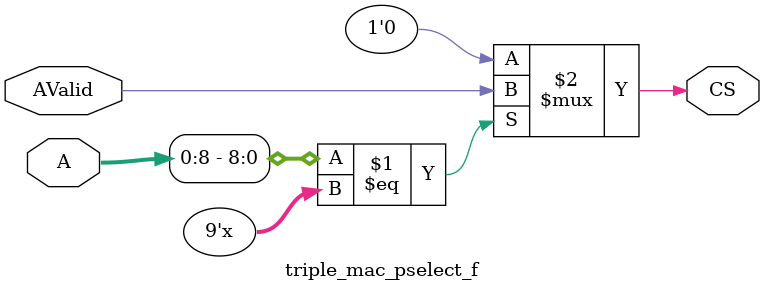
<source format=v>
module triple_mac_pselect_f ( A, AValid, CS) ;

parameter C_AB  = 9;
parameter C_AW  = 32;
parameter [0:C_AW - 1] C_BAR =  'bz;
parameter C_FAMILY  = "nofamily";
input[0:C_AW-1] A; 
input AValid; 
output CS; 
wire CS;
parameter [0:C_AB-1]BAR = C_BAR[0:C_AB-1];

//----------------------------------------------------------------------------
// Build a behavioral decoder
//----------------------------------------------------------------------------
generate
if (C_AB > 0) begin : XST_WA
assign CS = (A[0:C_AB - 1] == BAR[0:C_AB - 1]) ? AValid : 1'b0 ;
end
endgenerate

generate
if (C_AB == 0) begin : PASS_ON_GEN
assign CS = AValid ;
end
endgenerate
endmodule

</source>
